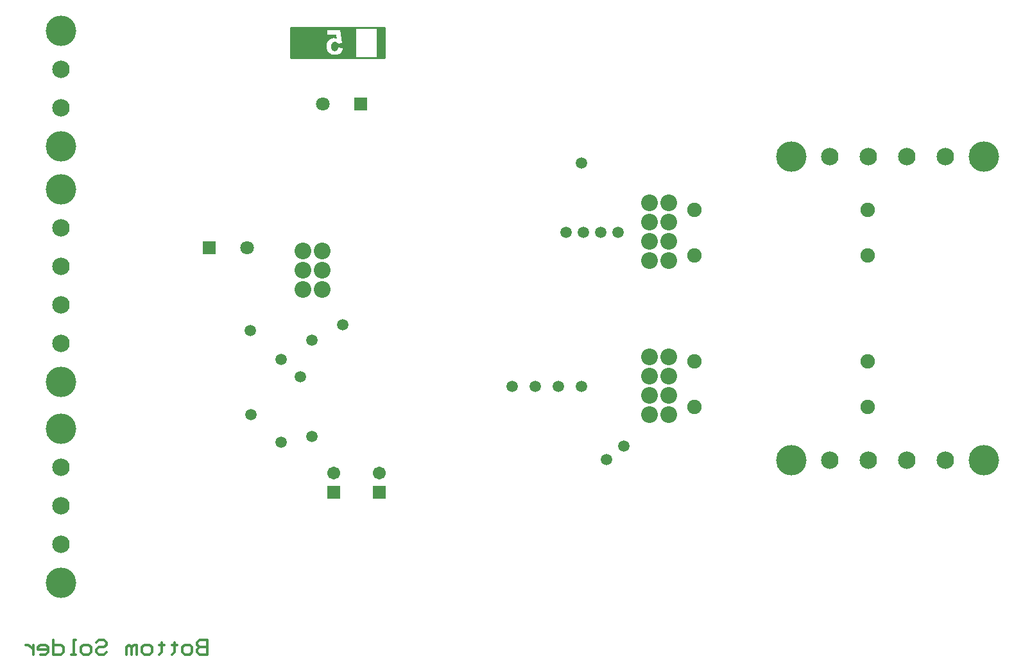
<source format=gbs>
G04*
G04 #@! TF.GenerationSoftware,Altium Limited,Altium Designer,22.5.1 (42)*
G04*
G04 Layer_Color=16711935*
%FSLAX25Y25*%
%MOIN*%
G70*
G04*
G04 #@! TF.SameCoordinates,AD146B9C-557F-4D5F-B811-4A91A8D423AC*
G04*
G04*
G04 #@! TF.FilePolarity,Negative*
G04*
G01*
G75*
%ADD10C,0.01181*%
%ADD16C,0.01000*%
%ADD51C,0.07493*%
%ADD52R,0.07099X0.07099*%
%ADD53C,0.07099*%
%ADD54C,0.15761*%
%ADD55C,0.09068*%
%ADD56R,0.06706X0.06706*%
%ADD57C,0.06706*%
%ADD58C,0.08674*%
%ADD59C,0.05918*%
%ADD74R,0.07110X0.15748*%
%ADD75R,0.04451X0.15748*%
%ADD76R,0.17029X0.15787*%
G36*
X167635Y283699D02*
X155824D01*
Y299447D01*
X167635D01*
Y283699D01*
D02*
G37*
%LPC*%
G36*
X164444Y297914D02*
X158049D01*
Y295655D01*
X162622D01*
X163005Y293505D01*
X162987D01*
X162969Y293523D01*
X162859Y293578D01*
X162695Y293632D01*
X162495Y293723D01*
X162240Y293796D01*
X161967Y293851D01*
X161657Y293906D01*
X161347Y293924D01*
X161183D01*
X161074Y293906D01*
X160946Y293887D01*
X160782Y293869D01*
X160600Y293833D01*
X160400Y293778D01*
X159981Y293632D01*
X159744Y293541D01*
X159525Y293432D01*
X159288Y293286D01*
X159051Y293122D01*
X158833Y292940D01*
X158614Y292740D01*
X158596Y292721D01*
X158560Y292685D01*
X158505Y292612D01*
X158432Y292521D01*
X158359Y292411D01*
X158250Y292266D01*
X158159Y292102D01*
X158049Y291920D01*
X157940Y291719D01*
X157849Y291482D01*
X157740Y291227D01*
X157667Y290972D01*
X157594Y290681D01*
X157539Y290371D01*
X157503Y290043D01*
X157484Y289697D01*
Y289551D01*
X157503Y289442D01*
Y289296D01*
X157539Y289132D01*
X157557Y288950D01*
X157594Y288768D01*
X157703Y288330D01*
X157867Y287857D01*
X157976Y287601D01*
X158086Y287365D01*
X158231Y287128D01*
X158396Y286891D01*
X158414Y286873D01*
X158450Y286818D01*
X158523Y286745D01*
X158614Y286636D01*
X158742Y286508D01*
X158906Y286363D01*
X159088Y286217D01*
X159288Y286071D01*
X159525Y285907D01*
X159780Y285761D01*
X160054Y285615D01*
X160363Y285488D01*
X160691Y285379D01*
X161037Y285306D01*
X161420Y285251D01*
X161821Y285233D01*
X161985D01*
X162112Y285251D01*
X162258Y285269D01*
X162440Y285287D01*
X162622Y285306D01*
X162841Y285342D01*
X163278Y285452D01*
X163770Y285634D01*
X164007Y285725D01*
X164244Y285852D01*
X164463Y285998D01*
X164681Y286162D01*
X164700Y286180D01*
X164736Y286198D01*
X164791Y286253D01*
X164864Y286326D01*
X164936Y286435D01*
X165046Y286545D01*
X165137Y286672D01*
X165246Y286818D01*
X165374Y287000D01*
X165483Y287182D01*
X165683Y287620D01*
X165866Y288112D01*
X165920Y288385D01*
X165975Y288676D01*
X163570Y288931D01*
Y288895D01*
X163552Y288804D01*
X163515Y288640D01*
X163461Y288458D01*
X163388Y288257D01*
X163278Y288039D01*
X163133Y287838D01*
X162969Y287638D01*
X162951Y287620D01*
X162878Y287565D01*
X162768Y287492D01*
X162622Y287401D01*
X162459Y287310D01*
X162258Y287237D01*
X162021Y287182D01*
X161784Y287164D01*
X161748D01*
X161657Y287182D01*
X161511Y287201D01*
X161329Y287237D01*
X161128Y287310D01*
X160910Y287419D01*
X160691Y287583D01*
X160491Y287784D01*
X160473Y287820D01*
X160400Y287893D01*
X160327Y288039D01*
X160217Y288257D01*
X160126Y288512D01*
X160035Y288822D01*
X159981Y289205D01*
X159962Y289642D01*
Y289660D01*
Y289697D01*
Y289751D01*
Y289843D01*
X159981Y290043D01*
X160035Y290298D01*
X160090Y290589D01*
X160181Y290881D01*
X160309Y291154D01*
X160491Y291391D01*
X160509Y291409D01*
X160582Y291482D01*
X160709Y291573D01*
X160855Y291701D01*
X161056Y291810D01*
X161293Y291901D01*
X161566Y291974D01*
X161857Y291992D01*
X161967D01*
X162039Y291974D01*
X162222Y291938D01*
X162477Y291883D01*
X162768Y291774D01*
X163078Y291610D01*
X163242Y291500D01*
X163406Y291373D01*
X163570Y291227D01*
X163734Y291063D01*
X165683Y291336D01*
X164444Y297914D01*
D02*
G37*
%LPD*%
D10*
X95639Y-18507D02*
Y-26378D01*
X91703D01*
X90391Y-25066D01*
Y-23754D01*
X91703Y-22442D01*
X95639D01*
X91703D01*
X90391Y-21130D01*
Y-19818D01*
X91703Y-18507D01*
X95639D01*
X86455Y-26378D02*
X83832D01*
X82520Y-25066D01*
Y-22442D01*
X83832Y-21130D01*
X86455D01*
X87767Y-22442D01*
Y-25066D01*
X86455Y-26378D01*
X78584Y-19818D02*
Y-21130D01*
X79896D01*
X77272D01*
X78584D01*
Y-25066D01*
X77272Y-26378D01*
X72024Y-19818D02*
Y-21130D01*
X73336D01*
X70713D01*
X72024D01*
Y-25066D01*
X70713Y-26378D01*
X65465D02*
X62841D01*
X61529Y-25066D01*
Y-22442D01*
X62841Y-21130D01*
X65465D01*
X66777Y-22442D01*
Y-25066D01*
X65465Y-26378D01*
X58905D02*
Y-21130D01*
X57593D01*
X56282Y-22442D01*
Y-26378D01*
Y-22442D01*
X54970Y-21130D01*
X53658Y-22442D01*
Y-26378D01*
X37915Y-19818D02*
X39227Y-18507D01*
X41850D01*
X43162Y-19818D01*
Y-21130D01*
X41850Y-22442D01*
X39227D01*
X37915Y-23754D01*
Y-25066D01*
X39227Y-26378D01*
X41850D01*
X43162Y-25066D01*
X33979Y-26378D02*
X31355D01*
X30043Y-25066D01*
Y-22442D01*
X31355Y-21130D01*
X33979D01*
X35291Y-22442D01*
Y-25066D01*
X33979Y-26378D01*
X27419D02*
X24795D01*
X26107D01*
Y-18507D01*
X27419D01*
X15612D02*
Y-26378D01*
X19548D01*
X20860Y-25066D01*
Y-22442D01*
X19548Y-21130D01*
X15612D01*
X9053Y-26378D02*
X11676D01*
X12988Y-25066D01*
Y-22442D01*
X11676Y-21130D01*
X9053D01*
X7741Y-22442D01*
Y-23754D01*
X12988D01*
X5117Y-21130D02*
Y-26378D01*
Y-23754D01*
X3805Y-22442D01*
X2493Y-21130D01*
X1181D01*
D16*
X139030Y299487D02*
X187463D01*
Y283737D02*
Y299487D01*
X139030Y283700D02*
X187463Y283737D01*
X139030Y283700D02*
Y299487D01*
D51*
X348701Y102362D02*
D03*
X438701D02*
D03*
X348701Y125984D02*
D03*
X438701D02*
D03*
X348701Y204724D02*
D03*
X438701D02*
D03*
X348701Y181102D02*
D03*
X438701D02*
D03*
D52*
X175197Y259842D02*
D03*
X96457Y185039D02*
D03*
D53*
X155512Y259842D02*
D03*
X116142Y185039D02*
D03*
D54*
X19685Y237717D02*
D03*
Y297716D02*
D03*
X19685Y215354D02*
D03*
Y115354D02*
D03*
Y91181D02*
D03*
Y11181D02*
D03*
X398819Y74803D02*
D03*
X498819D02*
D03*
Y232283D02*
D03*
X398819D02*
D03*
D55*
X19685Y257716D02*
D03*
Y277716D02*
D03*
X19685Y195354D02*
D03*
Y175354D02*
D03*
Y155354D02*
D03*
Y135354D02*
D03*
Y71181D02*
D03*
Y51181D02*
D03*
Y31181D02*
D03*
X418819Y74803D02*
D03*
X438819D02*
D03*
X458819D02*
D03*
X478819D02*
D03*
Y232283D02*
D03*
X458819D02*
D03*
X438819D02*
D03*
X418819D02*
D03*
D56*
X161417Y57992D02*
D03*
X185039D02*
D03*
D57*
X161417Y67992D02*
D03*
X185039D02*
D03*
D58*
X145158Y183543D02*
D03*
X155157D02*
D03*
X145158Y173543D02*
D03*
X155157D02*
D03*
Y163543D02*
D03*
X145158D02*
D03*
X335157Y98543D02*
D03*
X325157D02*
D03*
X335157Y108543D02*
D03*
X325157D02*
D03*
X335157Y118543D02*
D03*
X325157D02*
D03*
X335157Y128543D02*
D03*
X325157D02*
D03*
X335157Y178543D02*
D03*
X325157D02*
D03*
X335157Y188543D02*
D03*
X325157D02*
D03*
X335157Y198543D02*
D03*
X325157D02*
D03*
Y208543D02*
D03*
X335157D02*
D03*
D59*
X150000Y87000D02*
D03*
X165834Y145190D02*
D03*
X144000Y118000D02*
D03*
X118275Y98275D02*
D03*
X118000Y142000D02*
D03*
X134000Y127000D02*
D03*
Y84000D02*
D03*
X150000Y137000D02*
D03*
X291000Y193000D02*
D03*
X300000D02*
D03*
X309000D02*
D03*
X290000Y113000D02*
D03*
X278000D02*
D03*
X254000D02*
D03*
X266000D02*
D03*
X282000Y193000D02*
D03*
X290000Y229000D02*
D03*
X303000Y75000D02*
D03*
X312000Y82000D02*
D03*
D74*
X169596Y291868D02*
D03*
D75*
X185751Y291613D02*
D03*
D76*
X147545Y291594D02*
D03*
M02*

</source>
